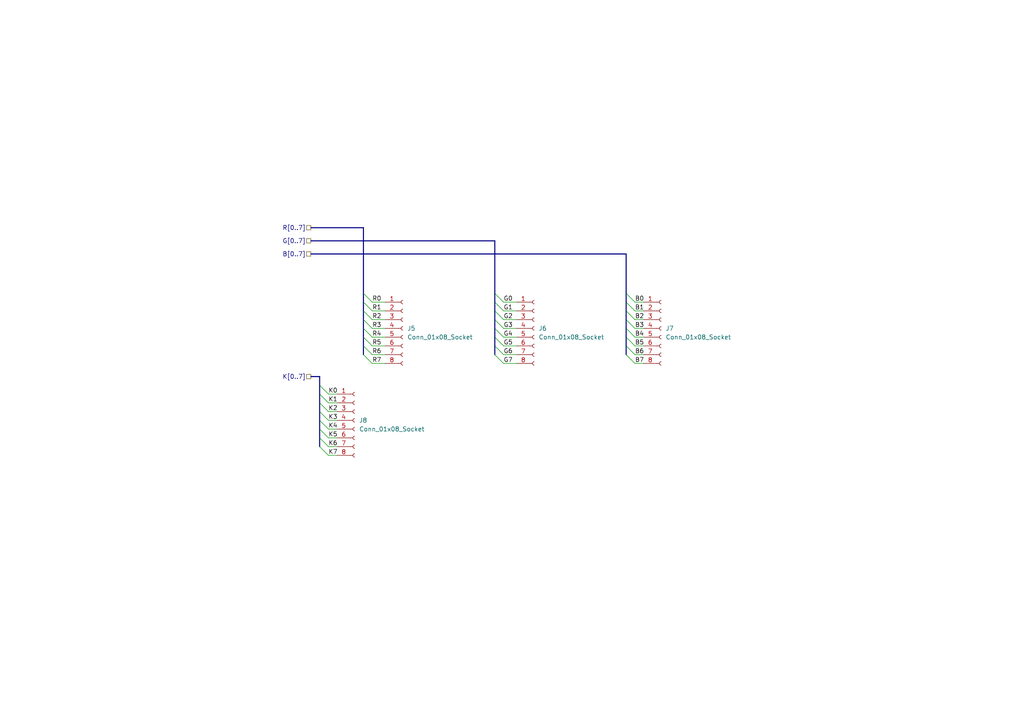
<source format=kicad_sch>
(kicad_sch (version 20250114) (generator "eeschema") (generator_version "9.0")
  (paper "A4")
  (lib_symbols
    (symbol "Connector:Conn_01x08_Socket" (pin_names (offset 1.016) (hide yes))
      (property "Reference" "J" (at 0 10.16 0))
      (property "Value" "Conn_01x08_Socket" (at 0 -12.7 0))
      (symbol "Conn_01x08_Socket_1_1"
        (polyline (pts (xy -1.27 7.62) (xy -0.508 7.62)) (stroke (width 0.1524)))
        (polyline (pts (xy -1.27 5.08) (xy -0.508 5.08)) (stroke (width 0.1524)))
        (polyline (pts (xy -1.27 2.54) (xy -0.508 2.54)) (stroke (width 0.1524)))
        (polyline (pts (xy -1.27 0) (xy -0.508 0)) (stroke (width 0.1524)))
        (polyline (pts (xy -1.27 -2.54) (xy -0.508 -2.54)) (stroke (width 0.1524)))
        (polyline (pts (xy -1.27 -5.08) (xy -0.508 -5.08)) (stroke (width 0.1524)))
        (polyline (pts (xy -1.27 -7.62) (xy -0.508 -7.62)) (stroke (width 0.1524)))
        (polyline (pts (xy -1.27 -10.16) (xy -0.508 -10.16)) (stroke (width 0.1524)))
        (arc (start 0 7.112) (mid -0.5058 7.62) (end 0 8.128) (stroke (width 0.1524)))
        (arc (start 0 4.572) (mid -0.5058 5.08) (end 0 5.588) (stroke (width 0.1524)))
        (arc (start 0 2.032) (mid -0.5058 2.54) (end 0 3.048) (stroke (width 0.1524)))
        (arc (start 0 -0.508) (mid -0.5058 0) (end 0 0.508) (stroke (width 0.1524)))
        (arc (start 0 -3.048) (mid -0.5058 -2.54) (end 0 -2.032) (stroke (width 0.1524)))
        (arc (start 0 -5.588) (mid -0.5058 -5.08) (end 0 -4.572) (stroke (width 0.1524)))
        (arc (start 0 -8.128) (mid -0.5058 -7.62) (end 0 -7.112) (stroke (width 0.1524)))
        (arc (start 0 -10.668) (mid -0.5058 -10.16) (end 0 -9.652) (stroke (width 0.1524)))
        (pin passive line (at -5.08 7.62 0) (length 3.81) (name "Pin_1") (number "1"))
        (pin passive line (at -5.08 5.08 0) (length 3.81) (name "Pin_2") (number "2"))
        (pin passive line (at -5.08 2.54 0) (length 3.81) (name "Pin_3") (number "3"))
        (pin passive line (at -5.08 0 0) (length 3.81) (name "Pin_4") (number "4"))
        (pin passive line (at -5.08 -2.54 0) (length 3.81) (name "Pin_5") (number "5"))
        (pin passive line (at -5.08 -5.08 0) (length 3.81) (name "Pin_6") (number "6"))
        (pin passive line (at -5.08 -7.62 0) (length 3.81) (name "Pin_7") (number "7"))
        (pin passive line (at -5.08 -10.16 0) (length 3.81) (name "Pin_8") (number "8"))
      )
    )
  )
  (bus_entry (at 181.61 87.63) (size 2.54 2.54))
  (bus_entry (at 105.41 95.25) (size 2.54 2.54))
  (bus_entry (at 92.71 124.46) (size 2.54 2.54))
  (bus_entry (at 105.41 100.33) (size 2.54 2.54))
  (bus_entry (at 143.51 97.79) (size 2.54 2.54))
  (bus_entry (at 181.61 92.71) (size 2.54 2.54))
  (bus_entry (at 181.61 97.79) (size 2.54 2.54))
  (bus_entry (at 105.41 97.79) (size 2.54 2.54))
  (bus_entry (at 92.71 116.84) (size 2.54 2.54))
  (bus_entry (at 105.41 90.17) (size 2.54 2.54))
  (bus_entry (at 92.71 114.3) (size 2.54 2.54))
  (bus_entry (at 92.71 121.92) (size 2.54 2.54))
  (bus_entry (at 143.51 92.71) (size 2.54 2.54))
  (bus_entry (at 181.61 90.17) (size 2.54 2.54))
  (bus_entry (at 143.51 95.25) (size 2.54 2.54))
  (bus_entry (at 143.51 90.17) (size 2.54 2.54))
  (bus_entry (at 105.41 92.71) (size 2.54 2.54))
  (bus_entry (at 92.71 129.54) (size 2.54 2.54))
  (bus_entry (at 143.51 85.09) (size 2.54 2.54))
  (bus_entry (at 105.41 85.09) (size 2.54 2.54))
  (bus_entry (at 181.61 85.09) (size 2.54 2.54))
  (bus_entry (at 105.41 87.63) (size 2.54 2.54))
  (bus_entry (at 181.61 95.25) (size 2.54 2.54))
  (bus_entry (at 143.51 87.63) (size 2.54 2.54))
  (bus_entry (at 181.61 100.33) (size 2.54 2.54))
  (bus_entry (at 92.71 127) (size 2.54 2.54))
  (bus_entry (at 92.71 111.76) (size 2.54 2.54))
  (bus_entry (at 92.71 119.38) (size 2.54 2.54))
  (bus_entry (at 143.51 100.33) (size 2.54 2.54))
  (bus_entry (at 143.51 102.87) (size 2.54 2.54))
  (bus_entry (at 105.41 102.87) (size 2.54 2.54))
  (bus_entry (at 181.61 102.87) (size 2.54 2.54))
  (wire (pts (xy 186.69 95.25) (xy 184.15 95.25)))
  (bus (pts (xy 105.41 95.25) (xy 105.41 97.79)))
  (wire (pts (xy 146.05 95.25) (xy 149.86 95.25)))
  (bus (pts (xy 143.51 85.09) (xy 143.51 69.85)))
  (bus (pts (xy 90.17 66.04) (xy 105.41 66.04)))
  (bus (pts (xy 181.61 97.79) (xy 181.61 100.33)))
  (wire (pts (xy 107.95 105.41) (xy 111.76 105.41)))
  (wire (pts (xy 146.05 97.79) (xy 149.86 97.79)))
  (wire (pts (xy 146.05 105.41) (xy 149.86 105.41)))
  (wire (pts (xy 97.79 129.54) (xy 95.25 129.54)))
  (bus (pts (xy 92.71 111.76) (xy 92.71 114.3)))
  (bus (pts (xy 92.71 114.3) (xy 92.71 116.84)))
  (wire (pts (xy 146.05 100.33) (xy 149.86 100.33)))
  (wire (pts (xy 186.69 105.41) (xy 184.15 105.41)))
  (bus (pts (xy 105.41 92.71) (xy 105.41 95.25)))
  (bus (pts (xy 143.51 95.25) (xy 143.51 92.71)))
  (wire (pts (xy 146.05 92.71) (xy 149.86 92.71)))
  (wire (pts (xy 186.69 100.33) (xy 184.15 100.33)))
  (wire (pts (xy 186.69 97.79) (xy 184.15 97.79)))
  (bus (pts (xy 105.41 85.09) (xy 105.41 87.63)))
  (bus (pts (xy 143.51 87.63) (xy 143.51 85.09)))
  (bus (pts (xy 143.51 97.79) (xy 143.51 95.25)))
  (bus (pts (xy 105.41 97.79) (xy 105.41 100.33)))
  (bus (pts (xy 181.61 73.66) (xy 181.61 85.09)))
  (bus (pts (xy 181.61 87.63) (xy 181.61 90.17)))
  (wire (pts (xy 97.79 116.84) (xy 95.25 116.84)))
  (bus (pts (xy 92.71 109.22) (xy 92.71 111.76)))
  (wire (pts (xy 107.95 90.17) (xy 111.76 90.17)))
  (bus (pts (xy 92.71 121.92) (xy 92.71 124.46)))
  (wire (pts (xy 107.95 100.33) (xy 111.76 100.33)))
  (bus (pts (xy 105.41 100.33) (xy 105.41 102.87)))
  (wire (pts (xy 97.79 132.08) (xy 95.25 132.08)))
  (bus (pts (xy 181.61 90.17) (xy 181.61 92.71)))
  (bus (pts (xy 181.61 100.33) (xy 181.61 102.87)))
  (bus (pts (xy 90.17 73.66) (xy 181.61 73.66)))
  (bus (pts (xy 105.41 87.63) (xy 105.41 90.17)))
  (wire (pts (xy 186.69 92.71) (xy 184.15 92.71)))
  (bus (pts (xy 90.17 109.22) (xy 92.71 109.22)))
  (wire (pts (xy 146.05 87.63) (xy 149.86 87.63)))
  (bus (pts (xy 143.51 100.33) (xy 143.51 97.79)))
  (wire (pts (xy 107.95 97.79) (xy 111.76 97.79)))
  (wire (pts (xy 186.69 102.87) (xy 184.15 102.87)))
  (bus (pts (xy 92.71 116.84) (xy 92.71 119.38)))
  (bus (pts (xy 92.71 119.38) (xy 92.71 121.92)))
  (wire (pts (xy 97.79 114.3) (xy 95.25 114.3)))
  (bus (pts (xy 143.51 90.17) (xy 143.51 87.63)))
  (wire (pts (xy 107.95 87.63) (xy 111.76 87.63)))
  (bus (pts (xy 105.41 66.04) (xy 105.41 85.09)))
  (bus (pts (xy 143.51 92.71) (xy 143.51 90.17)))
  (bus (pts (xy 92.71 127) (xy 92.71 129.54)))
  (wire (pts (xy 107.95 92.71) (xy 111.76 92.71)))
  (bus (pts (xy 143.51 69.85) (xy 90.17 69.85)))
  (wire (pts (xy 146.05 90.17) (xy 149.86 90.17)))
  (wire (pts (xy 186.69 87.63) (xy 184.15 87.63)))
  (wire (pts (xy 97.79 124.46) (xy 95.25 124.46)))
  (wire (pts (xy 97.79 119.38) (xy 95.25 119.38)))
  (bus (pts (xy 181.61 92.71) (xy 181.61 95.25)))
  (bus (pts (xy 181.61 95.25) (xy 181.61 97.79)))
  (bus (pts (xy 92.71 124.46) (xy 92.71 127)))
  (bus (pts (xy 105.41 90.17) (xy 105.41 92.71)))
  (wire (pts (xy 97.79 127) (xy 95.25 127)))
  (wire (pts (xy 107.95 95.25) (xy 111.76 95.25)))
  (wire (pts (xy 186.69 90.17) (xy 184.15 90.17)))
  (bus (pts (xy 143.51 102.87) (xy 143.51 100.33)))
  (wire (pts (xy 97.79 121.92) (xy 95.25 121.92)))
  (wire (pts (xy 107.95 102.87) (xy 111.76 102.87)))
  (wire (pts (xy 146.05 102.87) (xy 149.86 102.87)))
  (bus (pts (xy 181.61 85.09) (xy 181.61 87.63)))
  (label "B2" (at 184.15 92.71 0))
  (label "B4" (at 184.15 97.79 0))
  (label "G5" (at 146.05 100.33 0))
  (label "G4" (at 146.05 97.79 0))
  (label "G1" (at 146.05 90.17 0))
  (label "B7" (at 184.15 105.41 0))
  (label "B6" (at 184.15 102.87 0))
  (label "B5" (at 184.15 100.33 0))
  (label "B3" (at 184.15 95.25 0))
  (label "R3" (at 107.95 95.25 0))
  (label "G0" (at 146.05 87.63 0))
  (label "G3" (at 146.05 95.25 0))
  (label "G6" (at 146.05 102.87 0))
  (label "G2" (at 146.05 92.71 0))
  (label "R2" (at 107.95 92.71 0))
  (label "K3" (at 95.25 121.92 0))
  (label "K4" (at 95.25 124.46 0))
  (label "K5" (at 95.25 127 0))
  (label "K6" (at 95.25 129.54 0))
  (label "K7" (at 95.25 132.08 0))
  (label "K1" (at 95.25 116.84 0))
  (label "K2" (at 95.25 119.38 0))
  (label "K0" (at 95.25 114.3 0))
  (label "G7" (at 146.05 105.41 0))
  (label "R6" (at 107.95 102.87 0))
  (label "R5" (at 107.95 100.33 0))
  (label "B1" (at 184.15 90.17 0))
  (label "R7" (at 107.95 105.41 0))
  (label "R1" (at 107.95 90.17 0))
  (label "R0" (at 107.95 87.63 0))
  (label "R4" (at 107.95 97.79 0))
  (label "B0" (at 184.15 87.63 0))
  (hierarchical_label "K[0..7]" (shape passive) (at 90.17 109.22 180))
  (hierarchical_label "R[0..7]" (shape passive) (at 90.17 66.04 180))
  (hierarchical_label "B[0..7]" (shape passive) (at 90.17 73.66 180))
  (hierarchical_label "G[0..7]" (shape passive) (at 90.17 69.85 180))
  (symbol (lib_id "Connector:Conn_01x08_Socket") (at 191.77 95.25 0) (unit 1)
    (property "Reference" "J7" (at 193.04 95.2499 0) (effects (justify left)))
    (property "Value" "Conn_01x08_Socket" (at 193.04 97.7899 0) (effects (justify left)))
    (property "Footprint" "Connector_PinHeader_2.54mm:PinHeader_1x08_P2.54mm_Vertical" (effects (hide yes)))
    (property "Description" "Generic connector, single row, 01x08, script generated" (effects (hide yes)))
  )
  (symbol (lib_id "Connector:Conn_01x08_Socket") (at 154.94 95.25 0) (unit 1)
    (property "Reference" "J6" (at 156.21 95.2499 0) (effects (justify left)))
    (property "Value" "Conn_01x08_Socket" (at 156.21 97.7899 0) (effects (justify left)))
    (property "Footprint" "Connector_PinHeader_2.54mm:PinHeader_1x08_P2.54mm_Vertical" (effects (hide yes)))
    (property "Description" "Generic connector, single row, 01x08, script generated" (effects (hide yes)))
  )
  (symbol (lib_id "Connector:Conn_01x08_Socket") (at 102.87 121.92 0) (unit 1)
    (property "Reference" "J8" (at 104.14 121.9199 0) (effects (justify left)))
    (property "Value" "Conn_01x08_Socket" (at 104.14 124.4599 0) (effects (justify left)))
    (property "Footprint" "Connector_PinHeader_2.54mm:PinHeader_1x08_P2.54mm_Vertical" (effects (hide yes)))
    (property "Description" "Generic connector, single row, 01x08, script generated" (effects (hide yes)))
  )
  (symbol (lib_id "Connector:Conn_01x08_Socket") (at 116.84 95.25 0) (unit 1)
    (property "Reference" "J5" (at 118.11 95.2499 0) (effects (justify left)))
    (property "Value" "Conn_01x08_Socket" (at 118.11 97.7899 0) (effects (justify left)))
    (property "Footprint" "Connector_PinHeader_2.54mm:PinHeader_1x08_P2.54mm_Vertical" (effects (hide yes)))
    (property "Description" "Generic connector, single row, 01x08, script generated" (effects (hide yes)))
  )
)
</source>
